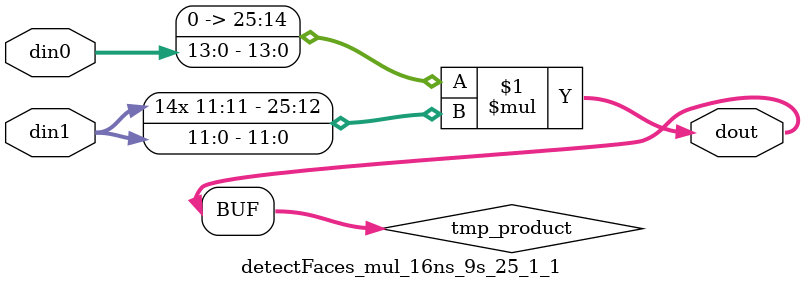
<source format=v>

`timescale 1 ns / 1 ps

  module detectFaces_mul_16ns_9s_25_1_1(din0, din1, dout);
parameter ID = 1;
parameter NUM_STAGE = 0;
parameter din0_WIDTH = 14;
parameter din1_WIDTH = 12;
parameter dout_WIDTH = 26;

input [din0_WIDTH - 1 : 0] din0; 
input [din1_WIDTH - 1 : 0] din1; 
output [dout_WIDTH - 1 : 0] dout;

wire signed [dout_WIDTH - 1 : 0] tmp_product;











assign tmp_product = $signed({1'b0, din0}) * $signed(din1);










assign dout = tmp_product;







endmodule

</source>
